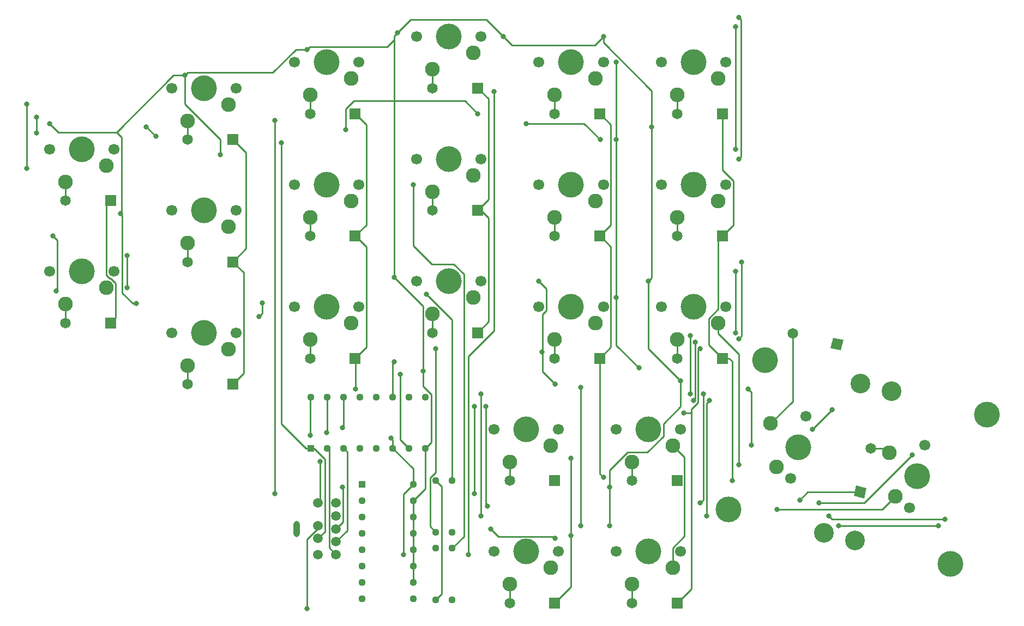
<source format=gbr>
%TF.GenerationSoftware,KiCad,Pcbnew,(5.1.10)-1*%
%TF.CreationDate,2021-07-03T11:15:49-05:00*%
%TF.ProjectId,LeftHand,4c656674-4861-46e6-942e-6b696361645f,rev?*%
%TF.SameCoordinates,Original*%
%TF.FileFunction,Copper,L1,Top*%
%TF.FilePolarity,Positive*%
%FSLAX46Y46*%
G04 Gerber Fmt 4.6, Leading zero omitted, Abs format (unit mm)*
G04 Created by KiCad (PCBNEW (5.1.10)-1) date 2021-07-03 11:15:49*
%MOMM*%
%LPD*%
G01*
G04 APERTURE LIST*
%TA.AperFunction,ComponentPad*%
%ADD10C,3.050000*%
%TD*%
%TA.AperFunction,ComponentPad*%
%ADD11C,4.000000*%
%TD*%
%TA.AperFunction,ComponentPad*%
%ADD12C,1.700000*%
%TD*%
%TA.AperFunction,ComponentPad*%
%ADD13C,2.286000*%
%TD*%
%TA.AperFunction,ComponentPad*%
%ADD14C,1.651000*%
%TD*%
%TA.AperFunction,ComponentPad*%
%ADD15C,0.100000*%
%TD*%
%TA.AperFunction,ComponentPad*%
%ADD16R,1.651000X1.651000*%
%TD*%
%TA.AperFunction,ComponentPad*%
%ADD17C,1.130000*%
%TD*%
%TA.AperFunction,ComponentPad*%
%ADD18R,1.130000X1.130000*%
%TD*%
%TA.AperFunction,ComponentPad*%
%ADD19O,1.000000X2.500000*%
%TD*%
%TA.AperFunction,ComponentPad*%
%ADD20C,1.500000*%
%TD*%
%TA.AperFunction,ViaPad*%
%ADD21C,0.800000*%
%TD*%
%TA.AperFunction,Conductor*%
%ADD22C,0.250000*%
%TD*%
G04 APERTURE END LIST*
D10*
%TO.P,KT2_2,HOLE*%
%TO.N,N/C*%
X147259150Y-76581322D03*
X141562971Y-99772009D03*
D11*
X162059236Y-80216572D03*
X156363057Y-103407259D03*
X151209000Y-89846400D03*
D12*
%TO.P,KT2_2,POST*%
X152401667Y-84990729D03*
X150016333Y-94702071D03*
D13*
%TO.P,KT2_2,1*%
%TO.N,C2*%
X147833506Y-92940547D03*
%TO.P,KT2_2,2*%
%TO.N,Net-(KT2_2-Pad2)*%
X146881513Y-86167969D03*
D14*
%TO.P,KT2_2,3*%
X144045801Y-85471451D03*
%TA.AperFunction,ComponentPad*%
D15*
%TO.P,KT2_2,4*%
%TO.N,R0*%
G36*
X141771305Y-91270810D02*
G01*
X143374648Y-91664629D01*
X142980829Y-93267972D01*
X141377486Y-92874153D01*
X141771305Y-91270810D01*
G37*
%TD.AperFunction*%
%TD*%
D11*
%TO.P,KT2_1,HOLE*%
%TO.N,N/C*%
X121907764Y-94944228D03*
X127603943Y-71753541D03*
D10*
X142404029Y-75388791D03*
X136707850Y-98579478D03*
D11*
X132758000Y-85314400D03*
D12*
%TO.P,KT2_1,POST*%
X133950667Y-80458729D03*
X131565333Y-90170071D03*
D13*
%TO.P,KT2_1,1*%
%TO.N,C2*%
X129382506Y-88408547D03*
%TO.P,KT2_1,2*%
%TO.N,Net-(KT2_1-Pad2)*%
X128430513Y-81635969D03*
D14*
%TO.P,KT2_1,3*%
X131879707Y-67593367D03*
%TA.AperFunction,ComponentPad*%
D15*
%TO.P,KT2_1,4*%
%TO.N,R1*%
G36*
X138150575Y-68283603D02*
G01*
X139753918Y-68677422D01*
X139360099Y-70280765D01*
X137756756Y-69886946D01*
X138150575Y-68283603D01*
G37*
%TD.AperFunction*%
%TD*%
D16*
%TO.P,KA1,4*%
%TO.N,R6*%
X44960000Y-56500000D03*
D14*
%TO.P,KA1,3*%
%TO.N,Net-(KA1-Pad2)*%
X37960000Y-56500000D03*
D13*
%TO.P,KA1,2*%
X37960000Y-53580000D03*
%TO.P,KA1,1*%
%TO.N,C1*%
X44310000Y-51040000D03*
D12*
%TO.P,KA1,POST*%
%TO.N,N/C*%
X45500000Y-48500000D03*
X35500000Y-48500000D03*
D11*
%TO.P,KA1,HOLE*%
X40500000Y-48500000D03*
%TD*%
%TO.P,KB1,HOLE*%
%TO.N,N/C*%
X116500000Y-63500000D03*
D12*
%TO.P,KB1,POST*%
X111500000Y-63500000D03*
X121500000Y-63500000D03*
D13*
%TO.P,KB1,1*%
%TO.N,C2*%
X120310000Y-66040000D03*
%TO.P,KB1,2*%
%TO.N,Net-(KB1-Pad2)*%
X113960000Y-68580000D03*
D14*
%TO.P,KB1,3*%
X113960000Y-71500000D03*
D16*
%TO.P,KB1,4*%
%TO.N,R2*%
X120960000Y-71500000D03*
%TD*%
%TO.P,KC1,4*%
%TO.N,R4*%
X82960000Y-67500000D03*
D14*
%TO.P,KC1,3*%
%TO.N,Net-(KC1-Pad2)*%
X75960000Y-67500000D03*
D13*
%TO.P,KC1,2*%
X75960000Y-64580000D03*
%TO.P,KC1,1*%
%TO.N,C2*%
X82310000Y-62040000D03*
D12*
%TO.P,KC1,POST*%
%TO.N,N/C*%
X83500000Y-59500000D03*
X73500000Y-59500000D03*
D11*
%TO.P,KC1,HOLE*%
X78500000Y-59500000D03*
%TD*%
D16*
%TO.P,KD1,4*%
%TO.N,R4*%
X82960000Y-48500000D03*
D14*
%TO.P,KD1,3*%
%TO.N,Net-(KD1-Pad2)*%
X75960000Y-48500000D03*
D13*
%TO.P,KD1,2*%
X75960000Y-45580000D03*
%TO.P,KD1,1*%
%TO.N,C1*%
X82310000Y-43040000D03*
D12*
%TO.P,KD1,POST*%
%TO.N,N/C*%
X83500000Y-40500000D03*
X73500000Y-40500000D03*
D11*
%TO.P,KD1,HOLE*%
X78500000Y-40500000D03*
%TD*%
%TO.P,KE1,HOLE*%
%TO.N,N/C*%
X78500000Y-21500000D03*
D12*
%TO.P,KE1,POST*%
X73500000Y-21500000D03*
X83500000Y-21500000D03*
D13*
%TO.P,KE1,1*%
%TO.N,C0*%
X82310000Y-24040000D03*
%TO.P,KE1,2*%
%TO.N,Net-(KE1-Pad2)*%
X75960000Y-26580000D03*
D14*
%TO.P,KE1,3*%
X75960000Y-29500000D03*
D16*
%TO.P,KE1,4*%
%TO.N,R4*%
X82960000Y-29500000D03*
%TD*%
%TO.P,KESC1,4*%
%TO.N,R7*%
X25960000Y-47000000D03*
D14*
%TO.P,KESC1,3*%
%TO.N,Net-(KESC1-Pad2)*%
X18960000Y-47000000D03*
D13*
%TO.P,KESC1,2*%
X18960000Y-44080000D03*
%TO.P,KESC1,1*%
%TO.N,C0*%
X25310000Y-41540000D03*
D12*
%TO.P,KESC1,POST*%
%TO.N,N/C*%
X26500000Y-39000000D03*
X16500000Y-39000000D03*
D11*
%TO.P,KESC1,HOLE*%
X21500000Y-39000000D03*
%TD*%
%TO.P,KF1,HOLE*%
%TO.N,N/C*%
X97500000Y-44500000D03*
D12*
%TO.P,KF1,POST*%
X92500000Y-44500000D03*
X102500000Y-44500000D03*
D13*
%TO.P,KF1,1*%
%TO.N,C1*%
X101310000Y-47040000D03*
%TO.P,KF1,2*%
%TO.N,Net-(KF1-Pad2)*%
X94960000Y-49580000D03*
D14*
%TO.P,KF1,3*%
X94960000Y-52500000D03*
D16*
%TO.P,KF1,4*%
%TO.N,R3*%
X101960000Y-52500000D03*
%TD*%
%TO.P,KG1,4*%
%TO.N,R2*%
X120960000Y-52500000D03*
D14*
%TO.P,KG1,3*%
%TO.N,Net-(KG1-Pad2)*%
X113960000Y-52500000D03*
D13*
%TO.P,KG1,2*%
X113960000Y-49580000D03*
%TO.P,KG1,1*%
%TO.N,C1*%
X120310000Y-47040000D03*
D12*
%TO.P,KG1,POST*%
%TO.N,N/C*%
X121500000Y-44500000D03*
X111500000Y-44500000D03*
D11*
%TO.P,KG1,HOLE*%
X116500000Y-44500000D03*
%TD*%
%TO.P,KQ1,HOLE*%
%TO.N,N/C*%
X40500000Y-29500000D03*
D12*
%TO.P,KQ1,POST*%
X35500000Y-29500000D03*
X45500000Y-29500000D03*
D13*
%TO.P,KQ1,1*%
%TO.N,C0*%
X44310000Y-32040000D03*
%TO.P,KQ1,2*%
%TO.N,Net-(KQ1-Pad2)*%
X37960000Y-34580000D03*
D14*
%TO.P,KQ1,3*%
X37960000Y-37500000D03*
D16*
%TO.P,KQ1,4*%
%TO.N,R6*%
X44960000Y-37500000D03*
%TD*%
%TO.P,KR1,4*%
%TO.N,R3*%
X101960000Y-33500000D03*
D14*
%TO.P,KR1,3*%
%TO.N,Net-(KR1-Pad2)*%
X94960000Y-33500000D03*
D13*
%TO.P,KR1,2*%
X94960000Y-30580000D03*
%TO.P,KR1,1*%
%TO.N,C0*%
X101310000Y-28040000D03*
D12*
%TO.P,KR1,POST*%
%TO.N,N/C*%
X102500000Y-25500000D03*
X92500000Y-25500000D03*
D11*
%TO.P,KR1,HOLE*%
X97500000Y-25500000D03*
%TD*%
%TO.P,KS1,HOLE*%
%TO.N,N/C*%
X59500000Y-44500000D03*
D12*
%TO.P,KS1,POST*%
X54500000Y-44500000D03*
X64500000Y-44500000D03*
D13*
%TO.P,KS1,1*%
%TO.N,C1*%
X63310000Y-47040000D03*
%TO.P,KS1,2*%
%TO.N,Net-(KS1-Pad2)*%
X56960000Y-49580000D03*
D14*
%TO.P,KS1,3*%
X56960000Y-52500000D03*
D16*
%TO.P,KS1,4*%
%TO.N,R5*%
X63960000Y-52500000D03*
%TD*%
D11*
%TO.P,KT1,HOLE*%
%TO.N,N/C*%
X116500000Y-25500000D03*
D12*
%TO.P,KT1,POST*%
X111500000Y-25500000D03*
X121500000Y-25500000D03*
D13*
%TO.P,KT1,1*%
%TO.N,C0*%
X120310000Y-28040000D03*
%TO.P,KT1,2*%
%TO.N,Net-(KT1-Pad2)*%
X113960000Y-30580000D03*
D14*
%TO.P,KT1,3*%
X113960000Y-33500000D03*
D16*
%TO.P,KT1,4*%
%TO.N,R2*%
X120960000Y-33500000D03*
%TD*%
D11*
%TO.P,KTAB1,HOLE*%
%TO.N,N/C*%
X21500000Y-58000000D03*
D12*
%TO.P,KTAB1,POST*%
X16500000Y-58000000D03*
X26500000Y-58000000D03*
D13*
%TO.P,KTAB1,1*%
%TO.N,C1*%
X25310000Y-60540000D03*
%TO.P,KTAB1,2*%
%TO.N,Net-(KTAB1-Pad2)*%
X18960000Y-63080000D03*
D14*
%TO.P,KTAB1,3*%
X18960000Y-66000000D03*
D16*
%TO.P,KTAB1,4*%
%TO.N,R7*%
X25960000Y-66000000D03*
%TD*%
%TO.P,KTG_A1,4*%
%TO.N,R2*%
X113960000Y-90500000D03*
D14*
%TO.P,KTG_A1,3*%
%TO.N,Net-(KTG_A1-Pad2)*%
X106960000Y-90500000D03*
D13*
%TO.P,KTG_A1,2*%
X106960000Y-87580000D03*
%TO.P,KTG_A1,1*%
%TO.N,C3*%
X113310000Y-85040000D03*
D12*
%TO.P,KTG_A1,POST*%
%TO.N,N/C*%
X114500000Y-82500000D03*
X104500000Y-82500000D03*
D11*
%TO.P,KTG_A1,HOLE*%
X109500000Y-82500000D03*
%TD*%
%TO.P,KTG_B1,HOLE*%
%TO.N,N/C*%
X90500000Y-82500000D03*
D12*
%TO.P,KTG_B1,POST*%
X85500000Y-82500000D03*
X95500000Y-82500000D03*
D13*
%TO.P,KTG_B1,1*%
%TO.N,C3*%
X94310000Y-85040000D03*
%TO.P,KTG_B1,2*%
%TO.N,Net-(KTG_B1-Pad2)*%
X87960000Y-87580000D03*
D14*
%TO.P,KTG_B1,3*%
X87960000Y-90500000D03*
D16*
%TO.P,KTG_B1,4*%
%TO.N,R3*%
X94960000Y-90500000D03*
%TD*%
%TO.P,KTG_C1,4*%
%TO.N,R1*%
X113960000Y-109500000D03*
D14*
%TO.P,KTG_C1,3*%
%TO.N,Net-(KTG_C1-Pad2)*%
X106960000Y-109500000D03*
D13*
%TO.P,KTG_C1,2*%
X106960000Y-106580000D03*
%TO.P,KTG_C1,1*%
%TO.N,C3*%
X113310000Y-104040000D03*
D12*
%TO.P,KTG_C1,POST*%
%TO.N,N/C*%
X114500000Y-101500000D03*
X104500000Y-101500000D03*
D11*
%TO.P,KTG_C1,HOLE*%
X109500000Y-101500000D03*
%TD*%
%TO.P,KTG_D1,HOLE*%
%TO.N,N/C*%
X90500000Y-101500000D03*
D12*
%TO.P,KTG_D1,POST*%
X85500000Y-101500000D03*
X95500000Y-101500000D03*
D13*
%TO.P,KTG_D1,1*%
%TO.N,C3*%
X94310000Y-104040000D03*
%TO.P,KTG_D1,2*%
%TO.N,Net-(KTG_D1-Pad2)*%
X87960000Y-106580000D03*
D14*
%TO.P,KTG_D1,3*%
X87960000Y-109500000D03*
D16*
%TO.P,KTG_D1,4*%
%TO.N,R0*%
X94960000Y-109500000D03*
%TD*%
%TO.P,KV1,4*%
%TO.N,R3*%
X101960000Y-71500000D03*
D14*
%TO.P,KV1,3*%
%TO.N,Net-(KV1-Pad2)*%
X94960000Y-71500000D03*
D13*
%TO.P,KV1,2*%
X94960000Y-68580000D03*
%TO.P,KV1,1*%
%TO.N,C2*%
X101310000Y-66040000D03*
D12*
%TO.P,KV1,POST*%
%TO.N,N/C*%
X102500000Y-63500000D03*
X92500000Y-63500000D03*
D11*
%TO.P,KV1,HOLE*%
X97500000Y-63500000D03*
%TD*%
D16*
%TO.P,KW1,4*%
%TO.N,R5*%
X63960000Y-33500000D03*
D14*
%TO.P,KW1,3*%
%TO.N,Net-(KW1-Pad2)*%
X56960000Y-33500000D03*
D13*
%TO.P,KW1,2*%
X56960000Y-30580000D03*
%TO.P,KW1,1*%
%TO.N,C0*%
X63310000Y-28040000D03*
D12*
%TO.P,KW1,POST*%
%TO.N,N/C*%
X64500000Y-25500000D03*
X54500000Y-25500000D03*
D11*
%TO.P,KW1,HOLE*%
X59500000Y-25500000D03*
%TD*%
%TO.P,KX1,HOLE*%
%TO.N,N/C*%
X59500000Y-63500000D03*
D12*
%TO.P,KX1,POST*%
X54500000Y-63500000D03*
X64500000Y-63500000D03*
D13*
%TO.P,KX1,1*%
%TO.N,C2*%
X63310000Y-66040000D03*
%TO.P,KX1,2*%
%TO.N,Net-(KX1-Pad2)*%
X56960000Y-68580000D03*
D14*
%TO.P,KX1,3*%
X56960000Y-71500000D03*
D16*
%TO.P,KX1,4*%
%TO.N,R5*%
X63960000Y-71500000D03*
%TD*%
%TO.P,KZ1,4*%
%TO.N,R6*%
X44960000Y-75500000D03*
D14*
%TO.P,KZ1,3*%
%TO.N,Net-(KZ1-Pad2)*%
X37960000Y-75500000D03*
D13*
%TO.P,KZ1,2*%
X37960000Y-72580000D03*
%TO.P,KZ1,1*%
%TO.N,C2*%
X44310000Y-70040000D03*
D12*
%TO.P,KZ1,POST*%
%TO.N,N/C*%
X45500000Y-67500000D03*
X35500000Y-67500000D03*
D11*
%TO.P,KZ1,HOLE*%
X40500000Y-67500000D03*
%TD*%
D17*
%TO.P,R0,1*%
%TO.N,C0*%
X76500000Y-101000000D03*
%TO.P,R0,2*%
%TO.N,VCC*%
X76500000Y-109000000D03*
%TD*%
%TO.P,R1,2*%
%TO.N,VCC*%
X79000000Y-109000000D03*
%TO.P,R1,1*%
%TO.N,C1*%
X79000000Y-101000000D03*
%TD*%
%TO.P,R2,1*%
%TO.N,C2*%
X76500000Y-98500000D03*
%TO.P,R2,2*%
%TO.N,VCC*%
X76500000Y-90500000D03*
%TD*%
%TO.P,R3,2*%
%TO.N,VCC*%
X79000000Y-90500000D03*
%TO.P,R3,1*%
%TO.N,C3*%
X79000000Y-98500000D03*
%TD*%
%TO.P,UDEMUX1,16*%
%TO.N,VCC*%
X57110000Y-77530000D03*
%TO.P,UDEMUX1,15*%
%TO.N,R0*%
X59650000Y-77530000D03*
%TO.P,UDEMUX1,14*%
%TO.N,R1*%
X62190000Y-77530000D03*
%TO.P,UDEMUX1,13*%
%TO.N,R2*%
X64730000Y-77530000D03*
%TO.P,UDEMUX1,12*%
%TO.N,R3*%
X67270000Y-77530000D03*
%TO.P,UDEMUX1,11*%
%TO.N,R4*%
X69810000Y-77530000D03*
%TO.P,UDEMUX1,10*%
%TO.N,R5*%
X72350000Y-77530000D03*
%TO.P,UDEMUX1,9*%
%TO.N,R6*%
X74890000Y-77530000D03*
%TO.P,UDEMUX1,8*%
%TO.N,GND*%
X74890000Y-85470000D03*
%TO.P,UDEMUX1,7*%
%TO.N,R7*%
X72350000Y-85470000D03*
%TO.P,UDEMUX1,6*%
%TO.N,VCC*%
X69810000Y-85470000D03*
%TO.P,UDEMUX1,5*%
%TO.N,GND*%
X67270000Y-85470000D03*
%TO.P,UDEMUX1,4*%
X64730000Y-85470000D03*
%TO.P,UDEMUX1,3*%
%TO.N,S2*%
X62190000Y-85470000D03*
%TO.P,UDEMUX1,2*%
%TO.N,S1*%
X59650000Y-85470000D03*
D18*
%TO.P,UDEMUX1,1*%
%TO.N,S0_DL*%
X57110000Y-85470000D03*
%TD*%
D19*
%TO.P,UDINN9,HOLE*%
%TO.N,N/C*%
X54850000Y-98000000D03*
D20*
%TO.P,UDINN9,2*%
%TO.N,RX*%
X58200000Y-97500000D03*
%TO.P,UDINN9,1*%
%TO.N,S0_DL*%
X58200000Y-99500000D03*
%TO.P,UDINN9,3*%
%TO.N,VCC*%
X58200000Y-102000000D03*
%TO.P,UDINN9,6*%
%TO.N,GND*%
X58200000Y-94000000D03*
%TO.P,UDINN9,9*%
%TO.N,CLK_L*%
X61000000Y-94000000D03*
%TO.P,UDINN9,8*%
%TO.N,CLK_C*%
X61000000Y-96000000D03*
%TO.P,UDINN9,5*%
%TO.N,SH_LD*%
X61000000Y-98000000D03*
%TO.P,UDINN9,4*%
%TO.N,S2*%
X61000000Y-100000000D03*
%TO.P,UDINN9,7*%
%TO.N,S1*%
X61000000Y-102000000D03*
%TD*%
D18*
%TO.P,UREG1,1*%
%TO.N,SH_LD*%
X65030000Y-91110000D03*
D17*
%TO.P,UREG1,2*%
%TO.N,CLK_C*%
X65030000Y-93650000D03*
%TO.P,UREG1,3*%
%TO.N,C3*%
X65030000Y-96190000D03*
%TO.P,UREG1,4*%
%TO.N,C2*%
X65030000Y-98730000D03*
%TO.P,UREG1,5*%
%TO.N,C1*%
X65030000Y-101270000D03*
%TO.P,UREG1,6*%
%TO.N,C0*%
X65030000Y-103810000D03*
%TO.P,UREG1,7*%
%TO.N,Net-(UREG1-Pad7)*%
X65030000Y-106350000D03*
%TO.P,UREG1,8*%
%TO.N,GND*%
X65030000Y-108890000D03*
%TO.P,UREG1,9*%
%TO.N,RX*%
X72970000Y-108890000D03*
%TO.P,UREG1,10*%
%TO.N,GND*%
X72970000Y-106350000D03*
%TO.P,UREG1,11*%
X72970000Y-103810000D03*
%TO.P,UREG1,12*%
X72970000Y-101270000D03*
%TO.P,UREG1,13*%
X72970000Y-98730000D03*
%TO.P,UREG1,14*%
X72970000Y-96190000D03*
%TO.P,UREG1,15*%
X72970000Y-93650000D03*
%TO.P,UREG1,16*%
%TO.N,VCC*%
X72970000Y-91110000D03*
%TD*%
D21*
%TO.N,GND*%
X58500000Y-87500000D03*
X70000000Y-58875000D03*
X95000000Y-75500000D03*
X92500000Y-59500000D03*
X74500000Y-73500000D03*
X93000000Y-70500000D03*
X70500000Y-20875000D03*
X56500000Y-23500000D03*
X37500000Y-27500000D03*
X16500000Y-35000000D03*
X87000000Y-21500000D03*
X102500000Y-21500000D03*
X83000000Y-33500000D03*
X102000000Y-37500000D03*
X90500000Y-35000000D03*
X110000000Y-35500000D03*
X43000000Y-39875000D03*
X27500000Y-49000000D03*
X30000000Y-63000000D03*
X49500000Y-62875000D03*
X49000000Y-65000000D03*
X109500000Y-59500000D03*
X114500000Y-75000000D03*
X138000000Y-79500000D03*
X135000000Y-82500000D03*
X135000000Y-82500000D03*
X103500000Y-91500000D03*
X103500000Y-97500000D03*
X85000000Y-98000000D03*
X95000000Y-99500000D03*
X62500000Y-36000000D03*
%TO.N,VCC*%
X71500000Y-102000000D03*
X69500000Y-83854999D03*
X57000000Y-83500000D03*
X136000000Y-94000000D03*
X150500000Y-86500000D03*
X75000000Y-61500000D03*
X108000000Y-73000000D03*
X104500000Y-62000000D03*
X99000000Y-97500000D03*
X99000000Y-76000000D03*
X125000000Y-76275000D03*
X125500000Y-85000000D03*
X104500000Y-37500000D03*
X104500000Y-25500000D03*
%TO.N,C1*%
X73000000Y-44500000D03*
%TO.N,C2*%
X129500000Y-95000000D03*
X76500000Y-70000000D03*
X123500000Y-88000000D03*
%TO.N,R2*%
X122500000Y-90500000D03*
X82500000Y-79000000D03*
X82500000Y-92500000D03*
%TO.N,Net-(KB1-Pad6)*%
X123000000Y-58000000D03*
X123000000Y-67500000D03*
X116000000Y-68000000D03*
X116000000Y-77000000D03*
%TO.N,Net-(KB1-Pad7)*%
X124000000Y-56500000D03*
X123500000Y-68500000D03*
X116725000Y-69000000D03*
X116500000Y-78000000D03*
%TO.N,R4*%
X70000000Y-72000000D03*
%TO.N,C0*%
X81500000Y-102000000D03*
X85500000Y-30000000D03*
%TO.N,S0_DL*%
X52500000Y-38000000D03*
X13000000Y-42000000D03*
X13000000Y-32000000D03*
%TO.N,CLK_L*%
X51500000Y-92500000D03*
X51500000Y-34500000D03*
X33000000Y-37000000D03*
X31500000Y-35500000D03*
X14500000Y-36500000D03*
X14500000Y-34000000D03*
%TO.N,R7*%
X71000000Y-74000000D03*
%TO.N,R3*%
X102500000Y-90000000D03*
%TO.N,Net-(KG1-Pad10)*%
X123500000Y-18500000D03*
X123500000Y-40500000D03*
%TO.N,Net-(KG1-Pad9)*%
X123000000Y-20000000D03*
X123000000Y-39000000D03*
%TO.N,R5*%
X64000000Y-76225000D03*
%TO.N,Net-(KT2_1-Pad10)*%
X117500000Y-94000000D03*
X118000000Y-77000000D03*
%TO.N,Net-(KT2_1-Pad9)*%
X118500000Y-96000000D03*
X119000000Y-78000000D03*
%TO.N,Net-(KT2_1-Pad7)*%
X139000000Y-97500000D03*
X154500000Y-97500000D03*
%TO.N,Net-(KT2_1-Pad6)*%
X137500000Y-96000000D03*
X155500000Y-96500000D03*
%TO.N,R1*%
X117500000Y-70000000D03*
X62000000Y-82275000D03*
X115000000Y-80000000D03*
%TO.N,R0*%
X97500000Y-99000000D03*
X133000000Y-93500000D03*
X59500000Y-83000000D03*
X97500000Y-87000000D03*
%TO.N,Net-(KTAB1-Pad6)*%
X17000000Y-52500000D03*
X17500000Y-61000000D03*
%TO.N,Net-(KTAB1-Pad7)*%
X28500000Y-55500000D03*
X28500000Y-60500000D03*
%TO.N,Net-(KTG_B1-Pad6)*%
X83500000Y-77000000D03*
X83500000Y-96000000D03*
%TO.N,Net-(KTG_B1-Pad7)*%
X84225000Y-79000000D03*
X84500000Y-94500000D03*
%TO.N,RX*%
X56500000Y-110375000D03*
%TO.N,SH_LD*%
X62000000Y-91500000D03*
%TD*%
D22*
%TO.N,GND*%
X72970000Y-106350000D02*
X72970000Y-103810000D01*
X72970000Y-103810000D02*
X72970000Y-101270000D01*
X72970000Y-101270000D02*
X72970000Y-98730000D01*
X72970000Y-98730000D02*
X72970000Y-96190000D01*
X72970000Y-96190000D02*
X72970000Y-93650000D01*
X74890000Y-91730000D02*
X74890000Y-85470000D01*
X72970000Y-93650000D02*
X74890000Y-91730000D01*
X58500000Y-93700000D02*
X58200000Y-94000000D01*
X58500000Y-87500000D02*
X58500000Y-93700000D01*
X74491999Y-63366999D02*
X70000000Y-58875000D01*
X75780001Y-77102799D02*
X74491999Y-75814797D01*
X75780001Y-84579999D02*
X75780001Y-77102799D01*
X74890000Y-85470000D02*
X75780001Y-84579999D01*
X93675001Y-64064001D02*
X93675001Y-60675001D01*
X93064001Y-73564001D02*
X93064001Y-64675001D01*
X93675001Y-60675001D02*
X92500000Y-59500000D01*
X93064001Y-64675001D02*
X93675001Y-64064001D01*
X95000000Y-75500000D02*
X93064001Y-73564001D01*
X74491999Y-73508001D02*
X74500000Y-73500000D01*
X74491999Y-73991999D02*
X74491999Y-73508001D01*
X74491999Y-75814797D02*
X74491999Y-73991999D01*
X74491999Y-73991999D02*
X74491999Y-63366999D01*
X70000000Y-21375000D02*
X70500000Y-20875000D01*
X68899999Y-23100001D02*
X70000000Y-22000000D01*
X56899999Y-23100001D02*
X68899999Y-23100001D01*
X56500000Y-23500000D02*
X56899999Y-23100001D01*
X70000000Y-22000000D02*
X70000000Y-21375000D01*
X54760998Y-23500000D02*
X56500000Y-23500000D01*
X51160997Y-27100001D02*
X54760998Y-23500000D01*
X37899999Y-27100001D02*
X51160997Y-27100001D01*
X37500000Y-27500000D02*
X37899999Y-27100001D01*
X35760998Y-27500000D02*
X37500000Y-27500000D01*
X26910988Y-36350010D02*
X35760998Y-27500000D01*
X17850010Y-36350010D02*
X26910988Y-36350010D01*
X16500000Y-35000000D02*
X17850010Y-36350010D01*
X72524990Y-18850010D02*
X70500000Y-20875000D01*
X84350010Y-18850010D02*
X72524990Y-18850010D01*
X87000000Y-21500000D02*
X84350010Y-18850010D01*
X88350010Y-22850010D02*
X87000000Y-21500000D01*
X101149990Y-22850010D02*
X88350010Y-22850010D01*
X102500000Y-21500000D02*
X101149990Y-22850010D01*
X81000000Y-31500000D02*
X70000000Y-31500000D01*
X70000000Y-31500000D02*
X70000000Y-22000000D01*
X83000000Y-33500000D02*
X81000000Y-31500000D01*
X70000000Y-58875000D02*
X70000000Y-31500000D01*
X99500000Y-35000000D02*
X90500000Y-35000000D01*
X102000000Y-37500000D02*
X99500000Y-35000000D01*
X102500000Y-22426998D02*
X102500000Y-21500000D01*
X110000000Y-29926998D02*
X102500000Y-22426998D01*
X110000000Y-35500000D02*
X110000000Y-29926998D01*
X37500000Y-31947358D02*
X37500000Y-27500000D01*
X43000000Y-37447358D02*
X37500000Y-31947358D01*
X43000000Y-39875000D02*
X43000000Y-37447358D01*
X27675001Y-37114023D02*
X26910988Y-36350010D01*
X27675001Y-48824999D02*
X27675001Y-37114023D01*
X27500000Y-49000000D02*
X27675001Y-48824999D01*
X27774999Y-49274999D02*
X27500000Y-49000000D01*
X27774999Y-61340684D02*
X27774999Y-49274999D01*
X29434315Y-63000000D02*
X27774999Y-61340684D01*
X30000000Y-63000000D02*
X29434315Y-63000000D01*
X49500000Y-64500000D02*
X49000000Y-65000000D01*
X49500000Y-62875000D02*
X49500000Y-64500000D01*
X110000000Y-59000000D02*
X110000000Y-35500000D01*
X109500000Y-59500000D02*
X110000000Y-59000000D01*
X109500000Y-70000000D02*
X109500000Y-59500000D01*
X114500000Y-75000000D02*
X109500000Y-70000000D01*
X138000000Y-79500000D02*
X135000000Y-82500000D01*
X103500000Y-91500000D02*
X103500000Y-97500000D01*
X94674999Y-99174999D02*
X95000000Y-99500000D01*
X86174999Y-99174999D02*
X94674999Y-99174999D01*
X85000000Y-98000000D02*
X86174999Y-99174999D01*
X103500000Y-88867358D02*
X103500000Y-91500000D01*
X109329003Y-86111999D02*
X106255359Y-86111999D01*
X111825001Y-83616001D02*
X109329003Y-86111999D01*
X111825001Y-81674999D02*
X111825001Y-83616001D01*
X114500000Y-79000000D02*
X111825001Y-81674999D01*
X106255359Y-86111999D02*
X103500000Y-88867358D01*
X114500000Y-75000000D02*
X114500000Y-79000000D01*
X63723998Y-31500000D02*
X70000000Y-31500000D01*
X62500000Y-32723998D02*
X63723998Y-31500000D01*
X62500000Y-36000000D02*
X62500000Y-32723998D01*
%TO.N,VCC*%
X77390001Y-108109999D02*
X76500000Y-109000000D01*
X77390001Y-91390001D02*
X77390001Y-108109999D01*
X76500000Y-90500000D02*
X77390001Y-91390001D01*
X71500000Y-92580000D02*
X72970000Y-91110000D01*
X71500000Y-102000000D02*
X71500000Y-92580000D01*
X72970000Y-88630000D02*
X69810000Y-85470000D01*
X72970000Y-91110000D02*
X72970000Y-88630000D01*
X69810000Y-84164999D02*
X69500000Y-83854999D01*
X69810000Y-85470000D02*
X69810000Y-84164999D01*
X57000000Y-77640000D02*
X57110000Y-77530000D01*
X57000000Y-83500000D02*
X57000000Y-77640000D01*
X143000000Y-94000000D02*
X150500000Y-86500000D01*
X136000000Y-94000000D02*
X143000000Y-94000000D01*
X79000000Y-65500000D02*
X75000000Y-61500000D01*
X79000000Y-90500000D02*
X79000000Y-65500000D01*
X104500000Y-69500000D02*
X104500000Y-62000000D01*
X108000000Y-73000000D02*
X104500000Y-69500000D01*
X99000000Y-97500000D02*
X99000000Y-76000000D01*
X125500000Y-76775000D02*
X125500000Y-85000000D01*
X125000000Y-76275000D02*
X125500000Y-76775000D01*
X104500000Y-62000000D02*
X104500000Y-37500000D01*
X104500000Y-37500000D02*
X104500000Y-25500000D01*
%TO.N,R6*%
X44960000Y-37500000D02*
X47000000Y-39540000D01*
X47000000Y-54460000D02*
X44960000Y-56500000D01*
X47000000Y-39540000D02*
X47000000Y-54460000D01*
X44960000Y-56500000D02*
X45000000Y-56500000D01*
X46675001Y-73784999D02*
X44960000Y-75500000D01*
X46675001Y-58175001D02*
X46675001Y-73784999D01*
X45000000Y-56500000D02*
X46675001Y-58175001D01*
%TO.N,Net-(KA1-Pad2)*%
X37960000Y-53580000D02*
X37960000Y-56500000D01*
%TO.N,C1*%
X73000000Y-53994988D02*
X73000000Y-44500000D01*
X75855022Y-56850010D02*
X73000000Y-53994988D01*
X79291012Y-56850010D02*
X75855022Y-56850010D01*
X80825001Y-58383999D02*
X79291012Y-56850010D01*
X80825001Y-99174999D02*
X80825001Y-58383999D01*
X79000000Y-101000000D02*
X80825001Y-99174999D01*
%TO.N,C2*%
X145774053Y-95000000D02*
X147833506Y-92940547D01*
X129500000Y-95000000D02*
X145774053Y-95000000D01*
X76500000Y-89182798D02*
X76500000Y-70000000D01*
X75609999Y-90072799D02*
X76500000Y-89182798D01*
X75609999Y-97609999D02*
X75609999Y-90072799D01*
X76500000Y-98500000D02*
X75609999Y-97609999D01*
X123500000Y-72328090D02*
X123500000Y-88000000D01*
X123500000Y-70846446D02*
X123500000Y-72328090D01*
X120310000Y-67656446D02*
X123500000Y-70846446D01*
X120310000Y-66040000D02*
X120310000Y-67656446D01*
%TO.N,Net-(KB1-Pad2)*%
X113960000Y-68580000D02*
X113960000Y-71500000D01*
%TO.N,R2*%
X122675001Y-50784999D02*
X120960000Y-52500000D01*
X122675001Y-43935999D02*
X122675001Y-50784999D01*
X120960000Y-42220998D02*
X122675001Y-43935999D01*
X120960000Y-33500000D02*
X120960000Y-42220998D01*
X118841999Y-65335359D02*
X118841999Y-69381999D01*
X118841999Y-69381999D02*
X120960000Y-71500000D01*
X120324999Y-63852359D02*
X118841999Y-65335359D01*
X120324999Y-53135001D02*
X120324999Y-63852359D01*
X120960000Y-52500000D02*
X120324999Y-53135001D01*
X122500000Y-71964500D02*
X122500000Y-90500000D01*
X122035500Y-71500000D02*
X122500000Y-71964500D01*
X120960000Y-71500000D02*
X122035500Y-71500000D01*
X82500000Y-79000000D02*
X82500000Y-92500000D01*
%TO.N,Net-(KB1-Pad6)*%
X123000000Y-58000000D02*
X123000000Y-67500000D01*
X116000000Y-68000000D02*
X116000000Y-77000000D01*
%TO.N,Net-(KB1-Pad7)*%
X124000000Y-68000000D02*
X123500000Y-68500000D01*
X124000000Y-56500000D02*
X124000000Y-68000000D01*
X116725000Y-77775000D02*
X116500000Y-78000000D01*
X116725000Y-69000000D02*
X116725000Y-77775000D01*
%TO.N,R4*%
X82960000Y-29500000D02*
X83000000Y-29500000D01*
X84675001Y-46784999D02*
X82960000Y-48500000D01*
X84675001Y-31175001D02*
X84675001Y-46784999D01*
X83000000Y-29500000D02*
X84675001Y-31175001D01*
X82960000Y-48500000D02*
X83500000Y-48500000D01*
X84675001Y-65784999D02*
X82960000Y-67500000D01*
X84675001Y-49675001D02*
X84675001Y-65784999D01*
X83500000Y-48500000D02*
X84675001Y-49675001D01*
X69810000Y-72190000D02*
X70000000Y-72000000D01*
X69810000Y-77530000D02*
X69810000Y-72190000D01*
%TO.N,Net-(KC1-Pad2)*%
X75960000Y-64580000D02*
X75960000Y-67500000D01*
%TO.N,Net-(KD1-Pad2)*%
X75960000Y-45580000D02*
X75960000Y-48500000D01*
%TO.N,C0*%
X85500000Y-67196002D02*
X85500000Y-30000000D01*
X81500000Y-71196002D02*
X85500000Y-67196002D01*
X81500000Y-102000000D02*
X81500000Y-71196002D01*
%TO.N,Net-(KE1-Pad2)*%
X75960000Y-26580000D02*
X75960000Y-29500000D01*
%TO.N,S0_DL*%
X57543002Y-85470000D02*
X57110000Y-85470000D01*
X59275001Y-87201999D02*
X57543002Y-85470000D01*
X59275001Y-98424999D02*
X59275001Y-87201999D01*
X58200000Y-99500000D02*
X59275001Y-98424999D01*
X56295000Y-85470000D02*
X52500000Y-81675000D01*
X57110000Y-85470000D02*
X56295000Y-85470000D01*
X52500000Y-81675000D02*
X52500000Y-38000000D01*
X13000000Y-42000000D02*
X13000000Y-32000000D01*
%TO.N,CLK_L*%
X51500000Y-92500000D02*
X51500000Y-34500000D01*
X33000000Y-37000000D02*
X31500000Y-35500000D01*
X14500000Y-36500000D02*
X14500000Y-34000000D01*
%TO.N,R7*%
X26778001Y-65181999D02*
X25960000Y-66000000D01*
X26778001Y-59835359D02*
X26778001Y-65181999D01*
X26014641Y-59071999D02*
X26778001Y-59835359D01*
X25324999Y-58564001D02*
X25832997Y-59071999D01*
X25324999Y-47635001D02*
X25324999Y-58564001D01*
X25832997Y-59071999D02*
X26014641Y-59071999D01*
X25960000Y-47000000D02*
X25324999Y-47635001D01*
X71000000Y-84120000D02*
X71000000Y-74000000D01*
X72350000Y-85470000D02*
X71000000Y-84120000D01*
%TO.N,Net-(KESC1-Pad2)*%
X18960000Y-44080000D02*
X18960000Y-47000000D01*
%TO.N,Net-(KF1-Pad2)*%
X94960000Y-49580000D02*
X94960000Y-52500000D01*
%TO.N,R3*%
X101960000Y-33500000D02*
X102000000Y-33500000D01*
X103675001Y-50784999D02*
X101960000Y-52500000D01*
X103675001Y-35175001D02*
X103675001Y-50784999D01*
X102000000Y-33500000D02*
X103675001Y-35175001D01*
X101960000Y-52500000D02*
X102000000Y-52500000D01*
X103675001Y-69784999D02*
X101960000Y-71500000D01*
X103675001Y-54175001D02*
X103675001Y-69784999D01*
X102000000Y-52500000D02*
X103675001Y-54175001D01*
X101960000Y-89460000D02*
X101960000Y-71500000D01*
X102500000Y-90000000D02*
X101960000Y-89460000D01*
%TO.N,Net-(KG1-Pad10)*%
X123899999Y-40100001D02*
X123500000Y-40500000D01*
X123899999Y-18899999D02*
X123899999Y-40100001D01*
X123500000Y-18500000D02*
X123899999Y-18899999D01*
%TO.N,Net-(KG1-Pad9)*%
X123000000Y-20000000D02*
X123000000Y-39000000D01*
%TO.N,Net-(KG1-Pad2)*%
X113960000Y-49580000D02*
X113960000Y-52500000D01*
%TO.N,Net-(KQ1-Pad2)*%
X37960000Y-34580000D02*
X37960000Y-37500000D01*
%TO.N,Net-(KR1-Pad2)*%
X94960000Y-30580000D02*
X94960000Y-33500000D01*
%TO.N,Net-(KS1-Pad2)*%
X56960000Y-49580000D02*
X56960000Y-52500000D01*
%TO.N,R5*%
X63960000Y-33500000D02*
X64000000Y-33500000D01*
X65675001Y-50784999D02*
X63960000Y-52500000D01*
X65675001Y-35175001D02*
X65675001Y-50784999D01*
X64000000Y-33500000D02*
X65675001Y-35175001D01*
X63960000Y-52500000D02*
X64000000Y-52500000D01*
X65675001Y-69784999D02*
X63960000Y-71500000D01*
X65675001Y-54175001D02*
X65675001Y-69784999D01*
X64000000Y-52500000D02*
X65675001Y-54175001D01*
X64000000Y-71540000D02*
X63960000Y-71500000D01*
X64000000Y-76225000D02*
X64000000Y-71540000D01*
%TO.N,Net-(KT1-Pad2)*%
X113960000Y-30580000D02*
X113960000Y-33500000D01*
%TO.N,Net-(KT2_1-Pad10)*%
X118000000Y-93500000D02*
X118000000Y-77000000D01*
X117500000Y-94000000D02*
X118000000Y-93500000D01*
%TO.N,Net-(KT2_1-Pad9)*%
X118500000Y-78500000D02*
X119000000Y-78000000D01*
X118500000Y-96000000D02*
X118500000Y-78500000D01*
%TO.N,Net-(KT2_1-Pad7)*%
X139000000Y-97500000D02*
X154500000Y-97500000D01*
%TO.N,Net-(KT2_1-Pad6)*%
X138000000Y-96500000D02*
X155500000Y-96500000D01*
X137500000Y-96000000D02*
X138000000Y-96500000D01*
%TO.N,R1*%
X117225001Y-70274999D02*
X117500000Y-70000000D01*
X117225001Y-78348001D02*
X117225001Y-70274999D01*
X116151999Y-79421003D02*
X117225001Y-78348001D01*
X113960000Y-109500000D02*
X116151999Y-107308001D01*
X62190000Y-82085000D02*
X62000000Y-82275000D01*
X62190000Y-77530000D02*
X62190000Y-82085000D01*
X116000000Y-80000000D02*
X116151999Y-79848001D01*
X115000000Y-80000000D02*
X116000000Y-80000000D01*
X116151999Y-79848001D02*
X116151999Y-79421003D01*
X116151999Y-107308001D02*
X116151999Y-79848001D01*
%TO.N,Net-(KT2_1-Pad2)*%
X131879707Y-78186775D02*
X131879707Y-67593367D01*
X128430513Y-81635969D02*
X131879707Y-78186775D01*
%TO.N,R0*%
X97500000Y-106960000D02*
X97500000Y-99000000D01*
X94960000Y-109500000D02*
X97500000Y-106960000D01*
X134230609Y-92269391D02*
X142376067Y-92269391D01*
X133000000Y-93500000D02*
X134230609Y-92269391D01*
X59650000Y-82850000D02*
X59500000Y-83000000D01*
X59650000Y-77530000D02*
X59650000Y-82850000D01*
X97500000Y-87000000D02*
X97500000Y-99000000D01*
%TO.N,Net-(KT2_2-Pad2)*%
X146184995Y-85471451D02*
X146881513Y-86167969D01*
X144045801Y-85471451D02*
X146184995Y-85471451D01*
%TO.N,Net-(KTAB1-Pad2)*%
X18960000Y-63080000D02*
X18960000Y-66000000D01*
%TO.N,Net-(KTAB1-Pad6)*%
X17675001Y-60824999D02*
X17500000Y-61000000D01*
X17675001Y-53175001D02*
X17675001Y-60824999D01*
X17000000Y-52500000D02*
X17675001Y-53175001D01*
%TO.N,Net-(KTAB1-Pad7)*%
X28500000Y-55500000D02*
X28500000Y-60500000D01*
%TO.N,Net-(KTG_A1-Pad2)*%
X106960000Y-87580000D02*
X106960000Y-90500000D01*
%TO.N,C3*%
X113310000Y-100950998D02*
X113310000Y-104040000D01*
X115110501Y-99150497D02*
X113310000Y-100950998D01*
X115110501Y-86840501D02*
X115110501Y-99150497D01*
X113310000Y-85040000D02*
X115110501Y-86840501D01*
%TO.N,Net-(KTG_B1-Pad2)*%
X87960000Y-87580000D02*
X87960000Y-90500000D01*
%TO.N,Net-(KTG_B1-Pad6)*%
X83500000Y-77000000D02*
X83500000Y-96000000D01*
%TO.N,Net-(KTG_B1-Pad7)*%
X84225000Y-94225000D02*
X84500000Y-94500000D01*
X84225000Y-79000000D02*
X84225000Y-94225000D01*
%TO.N,Net-(KTG_C1-Pad2)*%
X106960000Y-106580000D02*
X106960000Y-109500000D01*
%TO.N,Net-(KTG_D1-Pad2)*%
X87960000Y-106580000D02*
X87960000Y-109500000D01*
%TO.N,Net-(KV1-Pad2)*%
X94960000Y-68580000D02*
X94960000Y-71500000D01*
%TO.N,Net-(KW1-Pad2)*%
X56960000Y-30580000D02*
X56960000Y-33500000D01*
%TO.N,Net-(KX1-Pad2)*%
X56960000Y-68580000D02*
X56960000Y-71500000D01*
%TO.N,Net-(KZ1-Pad2)*%
X37960000Y-72580000D02*
X37960000Y-75500000D01*
%TO.N,S2*%
X62725001Y-86005001D02*
X62190000Y-85470000D01*
X62725001Y-98274999D02*
X62725001Y-86005001D01*
X61000000Y-100000000D02*
X62725001Y-98274999D01*
%TO.N,S1*%
X59924999Y-85744999D02*
X59650000Y-85470000D01*
X59924999Y-100924999D02*
X59924999Y-85744999D01*
X61000000Y-102000000D02*
X59924999Y-100924999D01*
%TO.N,RX*%
X58200000Y-97908998D02*
X58200000Y-97500000D01*
X56500000Y-99608998D02*
X58200000Y-97908998D01*
X56500000Y-110375000D02*
X56500000Y-99608998D01*
%TO.N,SH_LD*%
X62075001Y-91575001D02*
X62000000Y-91500000D01*
X62075001Y-96924999D02*
X62075001Y-91575001D01*
X61000000Y-98000000D02*
X62075001Y-96924999D01*
%TD*%
M02*

</source>
